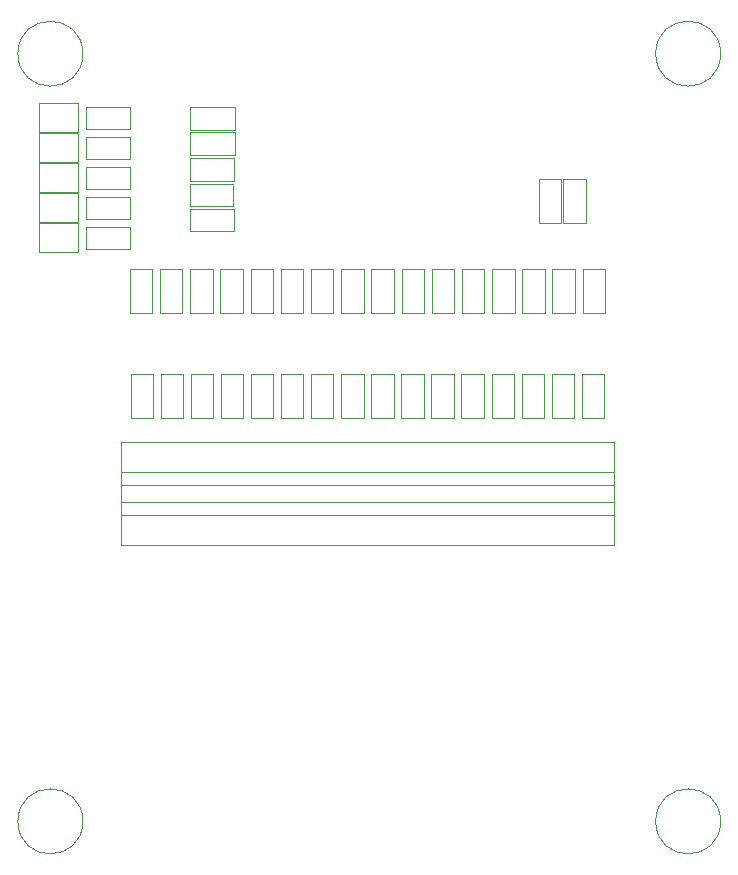
<source format=gbr>
%TF.GenerationSoftware,KiCad,Pcbnew,8.0.3*%
%TF.CreationDate,2024-08-07T13:20:04+02:00*%
%TF.ProjectId,motor_board,6d6f746f-725f-4626-9f61-72642e6b6963,0.1*%
%TF.SameCoordinates,Original*%
%TF.FileFunction,Other,User*%
%FSLAX46Y46*%
G04 Gerber Fmt 4.6, Leading zero omitted, Abs format (unit mm)*
G04 Created by KiCad (PCBNEW 8.0.3) date 2024-08-07 13:20:04*
%MOMM*%
%LPD*%
G01*
G04 APERTURE LIST*
%ADD10C,0.050000*%
G04 APERTURE END LIST*
D10*
%TO.C,R24*%
X148067194Y-73250000D02*
X149967194Y-73250000D01*
X148067194Y-76950000D02*
X148067194Y-73250000D01*
X149967194Y-73250000D02*
X149967194Y-76950000D01*
X149967194Y-76950000D02*
X148067194Y-76950000D01*
%TO.C,D14*%
X114883340Y-82150000D02*
X116783340Y-82150000D01*
X114883340Y-85850000D02*
X114883340Y-82150000D01*
X116783340Y-82150000D02*
X116783340Y-85850000D01*
X116783340Y-85850000D02*
X114883340Y-85850000D01*
%TO.C,R25*%
X145511048Y-73250000D02*
X147411048Y-73250000D01*
X145511048Y-76950000D02*
X145511048Y-73250000D01*
X147411048Y-73250000D02*
X147411048Y-76950000D01*
X147411048Y-76950000D02*
X145511048Y-76950000D01*
%TO.C,D4*%
X140350000Y-82150000D02*
X142250000Y-82150000D01*
X140350000Y-85850000D02*
X140350000Y-82150000D01*
X142250000Y-82150000D02*
X142250000Y-85850000D01*
X142250000Y-85850000D02*
X140350000Y-85850000D01*
%TO.C,R22*%
X112281150Y-73250000D02*
X114181150Y-73250000D01*
X112281150Y-76950000D02*
X112281150Y-73250000D01*
X114181150Y-73250000D02*
X114181150Y-76950000D01*
X114181150Y-76950000D02*
X112281150Y-76950000D01*
%TO.C,D15*%
X112336674Y-82150000D02*
X114236674Y-82150000D01*
X112336674Y-85850000D02*
X112336674Y-82150000D01*
X114236674Y-82150000D02*
X114236674Y-85850000D01*
X114236674Y-85850000D02*
X112336674Y-85850000D01*
%TO.C,D6*%
X135256668Y-82150000D02*
X137156668Y-82150000D01*
X135256668Y-85850000D02*
X135256668Y-82150000D01*
X137156668Y-82150000D02*
X137156668Y-85850000D01*
X137156668Y-85850000D02*
X135256668Y-85850000D01*
%TO.C,R3*%
X106050000Y-62030000D02*
X109750000Y-62030000D01*
X106050000Y-63930000D02*
X106050000Y-62030000D01*
X109750000Y-62030000D02*
X109750000Y-63930000D01*
X109750000Y-63930000D02*
X106050000Y-63930000D01*
%TO.C,D2*%
X146430000Y-65650000D02*
X148330000Y-65650000D01*
X146430000Y-69350000D02*
X146430000Y-65650000D01*
X148330000Y-65650000D02*
X148330000Y-69350000D01*
X148330000Y-69350000D02*
X146430000Y-69350000D01*
%TO.C,H1*%
X159750000Y-55000000D02*
G75*
G02*
X154250000Y-55000000I-2750000J0D01*
G01*
X154250000Y-55000000D02*
G75*
G02*
X159750000Y-55000000I2750000J0D01*
G01*
%TO.C,D5*%
X137803334Y-82150000D02*
X139703334Y-82150000D01*
X137803334Y-85850000D02*
X137803334Y-82150000D01*
X139703334Y-82150000D02*
X139703334Y-85850000D01*
X139703334Y-85850000D02*
X137803334Y-85850000D01*
%TO.C,R13*%
X135286464Y-73250000D02*
X137186464Y-73250000D01*
X135286464Y-76950000D02*
X135286464Y-73250000D01*
X137186464Y-73250000D02*
X137186464Y-76950000D01*
X137186464Y-76950000D02*
X135286464Y-76950000D01*
%TO.C,R14*%
X132730318Y-73250000D02*
X134630318Y-73250000D01*
X132730318Y-76950000D02*
X132730318Y-73250000D01*
X134630318Y-73250000D02*
X134630318Y-76950000D01*
X134630318Y-76950000D02*
X132730318Y-76950000D01*
%TO.C,JP5*%
X102050000Y-69330000D02*
X102050000Y-71830000D01*
X102050000Y-69330000D02*
X105350000Y-69330000D01*
X105350000Y-71830000D02*
X102050000Y-71830000D01*
X105350000Y-71830000D02*
X105350000Y-69330000D01*
%TO.C,JP3*%
X102050000Y-64250000D02*
X102050000Y-66750000D01*
X102050000Y-64250000D02*
X105350000Y-64250000D01*
X105350000Y-66750000D02*
X102050000Y-66750000D01*
X105350000Y-66750000D02*
X105350000Y-64250000D01*
%TO.C,D10*%
X125070004Y-82150000D02*
X126970004Y-82150000D01*
X125070004Y-85850000D02*
X125070004Y-82150000D01*
X126970004Y-82150000D02*
X126970004Y-85850000D01*
X126970004Y-85850000D02*
X125070004Y-85850000D01*
%TO.C,D18*%
X145443332Y-82150000D02*
X147343332Y-82150000D01*
X145443332Y-85850000D02*
X145443332Y-82150000D01*
X147343332Y-82150000D02*
X147343332Y-85850000D01*
X147343332Y-85850000D02*
X145443332Y-85850000D01*
%TO.C,D11*%
X122523338Y-82150000D02*
X124423338Y-82150000D01*
X122523338Y-85850000D02*
X122523338Y-82150000D01*
X124423338Y-82150000D02*
X124423338Y-85850000D01*
X124423338Y-85850000D02*
X122523338Y-85850000D01*
%TO.C,JP2*%
X102050000Y-61710000D02*
X102050000Y-64210000D01*
X102050000Y-61710000D02*
X105350000Y-61710000D01*
X105350000Y-64210000D02*
X102050000Y-64210000D01*
X105350000Y-64210000D02*
X105350000Y-61710000D01*
%TO.C,R12*%
X137842610Y-73250000D02*
X139742610Y-73250000D01*
X137842610Y-76950000D02*
X137842610Y-73250000D01*
X139742610Y-73250000D02*
X139742610Y-76950000D01*
X139742610Y-76950000D02*
X137842610Y-76950000D01*
%TO.C,D7*%
X132710002Y-82150000D02*
X134610002Y-82150000D01*
X132710002Y-85850000D02*
X132710002Y-82150000D01*
X134610002Y-82150000D02*
X134610002Y-85850000D01*
X134610002Y-85850000D02*
X132710002Y-85850000D01*
%TO.C,JP1*%
X102050000Y-59170000D02*
X102050000Y-61670000D01*
X102050000Y-59170000D02*
X105350000Y-59170000D01*
X105350000Y-61670000D02*
X102050000Y-61670000D01*
X105350000Y-61670000D02*
X105350000Y-59170000D01*
%TO.C,D8*%
X130163336Y-82150000D02*
X132063336Y-82150000D01*
X130163336Y-85850000D02*
X130163336Y-82150000D01*
X132063336Y-82150000D02*
X132063336Y-85850000D01*
X132063336Y-85850000D02*
X130163336Y-85850000D01*
%TO.C,D13*%
X117430006Y-82150000D02*
X119330006Y-82150000D01*
X117430006Y-85850000D02*
X117430006Y-82150000D01*
X119330006Y-82150000D02*
X119330006Y-85850000D01*
X119330006Y-85850000D02*
X117430006Y-85850000D01*
%TO.C,R21*%
X114837296Y-73250000D02*
X116737296Y-73250000D01*
X114837296Y-76950000D02*
X114837296Y-73250000D01*
X116737296Y-73250000D02*
X116737296Y-76950000D01*
X116737296Y-76950000D02*
X114837296Y-76950000D01*
%TO.C,R6*%
X106050000Y-67110000D02*
X109750000Y-67110000D01*
X106050000Y-69010000D02*
X106050000Y-67110000D01*
X109750000Y-67110000D02*
X109750000Y-69010000D01*
X109750000Y-69010000D02*
X106050000Y-69010000D01*
%TO.C,J8*%
X109005000Y-90440000D02*
X109005000Y-94040000D01*
X109005000Y-94040000D02*
X150705000Y-94040000D01*
X150705000Y-90440000D02*
X109005000Y-90440000D01*
X150705000Y-94040000D02*
X150705000Y-90440000D01*
%TO.C,R19*%
X119949588Y-73250000D02*
X121849588Y-73250000D01*
X119949588Y-76950000D02*
X119949588Y-73250000D01*
X121849588Y-73250000D02*
X121849588Y-76950000D01*
X121849588Y-76950000D02*
X119949588Y-76950000D01*
%TO.C,R1*%
X106050000Y-59490000D02*
X109750000Y-59490000D01*
X106050000Y-61390000D02*
X106050000Y-59490000D01*
X109750000Y-59490000D02*
X109750000Y-61390000D01*
X109750000Y-61390000D02*
X106050000Y-61390000D01*
%TO.C,JP4*%
X102050000Y-66790000D02*
X102050000Y-69290000D01*
X102050000Y-66790000D02*
X105350000Y-66790000D01*
X105350000Y-69290000D02*
X102050000Y-69290000D01*
X105350000Y-69290000D02*
X105350000Y-66790000D01*
%TO.C,R4*%
X114850000Y-68140000D02*
X118550000Y-68140000D01*
X114850000Y-70040000D02*
X114850000Y-68140000D01*
X118550000Y-68140000D02*
X118550000Y-70040000D01*
X118550000Y-70040000D02*
X114850000Y-70040000D01*
%TO.C,R20*%
X117393442Y-73250000D02*
X119293442Y-73250000D01*
X117393442Y-76950000D02*
X117393442Y-73250000D01*
X119293442Y-73250000D02*
X119293442Y-76950000D01*
X119293442Y-76950000D02*
X117393442Y-76950000D01*
%TO.C,D16*%
X109789998Y-82150000D02*
X111689998Y-82150000D01*
X109789998Y-85850000D02*
X109789998Y-82150000D01*
X111689998Y-82150000D02*
X111689998Y-85850000D01*
X111689998Y-85850000D02*
X109789998Y-85850000D01*
%TO.C,C4*%
X114840000Y-61620000D02*
X118600000Y-61620000D01*
X114840000Y-63580000D02*
X114840000Y-61620000D01*
X118600000Y-61620000D02*
X118600000Y-63580000D01*
X118600000Y-63580000D02*
X114840000Y-63580000D01*
%TO.C,R2*%
X114790000Y-66010000D02*
X118490000Y-66010000D01*
X114790000Y-67910000D02*
X114790000Y-66010000D01*
X118490000Y-66010000D02*
X118490000Y-67910000D01*
X118490000Y-67910000D02*
X114790000Y-67910000D01*
%TO.C,R15*%
X130174172Y-73250000D02*
X132074172Y-73250000D01*
X130174172Y-76950000D02*
X130174172Y-73250000D01*
X132074172Y-73250000D02*
X132074172Y-76950000D01*
X132074172Y-76950000D02*
X130174172Y-76950000D01*
%TO.C,H2*%
X105750000Y-55000000D02*
G75*
G02*
X100250000Y-55000000I-2750000J0D01*
G01*
X100250000Y-55000000D02*
G75*
G02*
X105750000Y-55000000I2750000J0D01*
G01*
%TO.C,R9*%
X144330000Y-65650000D02*
X146230000Y-65650000D01*
X144330000Y-69350000D02*
X144330000Y-65650000D01*
X146230000Y-65650000D02*
X146230000Y-69350000D01*
X146230000Y-69350000D02*
X144330000Y-69350000D01*
%TO.C,R16*%
X127618026Y-73250000D02*
X129518026Y-73250000D01*
X127618026Y-76950000D02*
X127618026Y-73250000D01*
X129518026Y-73250000D02*
X129518026Y-76950000D01*
X129518026Y-76950000D02*
X127618026Y-76950000D01*
%TO.C,R5*%
X106050000Y-64570000D02*
X109750000Y-64570000D01*
X106050000Y-66470000D02*
X106050000Y-64570000D01*
X109750000Y-64570000D02*
X109750000Y-66470000D01*
X109750000Y-66470000D02*
X106050000Y-66470000D01*
%TO.C,D3*%
X142896666Y-82150000D02*
X144796666Y-82150000D01*
X142896666Y-85850000D02*
X142896666Y-82150000D01*
X144796666Y-82150000D02*
X144796666Y-85850000D01*
X144796666Y-85850000D02*
X142896666Y-85850000D01*
%TO.C,D17*%
X147989998Y-82150000D02*
X149889998Y-82150000D01*
X147989998Y-85850000D02*
X147989998Y-82150000D01*
X149889998Y-82150000D02*
X149889998Y-85850000D01*
X149889998Y-85850000D02*
X147989998Y-85850000D01*
%TO.C,H4*%
X105750000Y-120000000D02*
G75*
G02*
X100250000Y-120000000I-2750000J0D01*
G01*
X100250000Y-120000000D02*
G75*
G02*
X105750000Y-120000000I2750000J0D01*
G01*
%TO.C,R10*%
X142954902Y-73250000D02*
X144854902Y-73250000D01*
X142954902Y-76950000D02*
X142954902Y-73250000D01*
X144854902Y-73250000D02*
X144854902Y-76950000D01*
X144854902Y-76950000D02*
X142954902Y-76950000D01*
%TO.C,R18*%
X122505734Y-73250000D02*
X124405734Y-73250000D01*
X122505734Y-76950000D02*
X122505734Y-73250000D01*
X124405734Y-73250000D02*
X124405734Y-76950000D01*
X124405734Y-76950000D02*
X122505734Y-76950000D01*
%TO.C,R23*%
X109725000Y-73250000D02*
X111625000Y-73250000D01*
X109725000Y-76950000D02*
X109725000Y-73250000D01*
X111625000Y-73250000D02*
X111625000Y-76950000D01*
X111625000Y-76950000D02*
X109725000Y-76950000D01*
%TO.C,R17*%
X125061880Y-73250000D02*
X126961880Y-73250000D01*
X125061880Y-76950000D02*
X125061880Y-73250000D01*
X126961880Y-73250000D02*
X126961880Y-76950000D01*
X126961880Y-76950000D02*
X125061880Y-76950000D01*
%TO.C,D9*%
X127616670Y-82150000D02*
X129516670Y-82150000D01*
X127616670Y-85850000D02*
X127616670Y-82150000D01*
X129516670Y-82150000D02*
X129516670Y-85850000D01*
X129516670Y-85850000D02*
X127616670Y-85850000D01*
%TO.C,J9*%
X109005000Y-92980000D02*
X109005000Y-96580000D01*
X109005000Y-96580000D02*
X150705000Y-96580000D01*
X150705000Y-92980000D02*
X109005000Y-92980000D01*
X150705000Y-96580000D02*
X150705000Y-92980000D01*
%TO.C,R11*%
X140398756Y-73250000D02*
X142298756Y-73250000D01*
X140398756Y-76950000D02*
X140398756Y-73250000D01*
X142298756Y-73250000D02*
X142298756Y-76950000D01*
X142298756Y-76950000D02*
X140398756Y-76950000D01*
%TO.C,C3*%
X114820000Y-63815000D02*
X118580000Y-63815000D01*
X114820000Y-65775000D02*
X114820000Y-63815000D01*
X118580000Y-63815000D02*
X118580000Y-65775000D01*
X118580000Y-65775000D02*
X114820000Y-65775000D01*
%TO.C,C5*%
X114840000Y-59510000D02*
X118600000Y-59510000D01*
X114840000Y-61470000D02*
X114840000Y-59510000D01*
X118600000Y-59510000D02*
X118600000Y-61470000D01*
X118600000Y-61470000D02*
X114840000Y-61470000D01*
%TO.C,J7*%
X108980000Y-87880000D02*
X108980000Y-91480000D01*
X108980000Y-91480000D02*
X150680000Y-91480000D01*
X150680000Y-87880000D02*
X108980000Y-87880000D01*
X150680000Y-91480000D02*
X150680000Y-87880000D01*
%TO.C,D12*%
X119976672Y-82150000D02*
X121876672Y-82150000D01*
X119976672Y-85850000D02*
X119976672Y-82150000D01*
X121876672Y-82150000D02*
X121876672Y-85850000D01*
X121876672Y-85850000D02*
X119976672Y-85850000D01*
%TO.C,R7*%
X106050000Y-69650000D02*
X109750000Y-69650000D01*
X106050000Y-71550000D02*
X106050000Y-69650000D01*
X109750000Y-69650000D02*
X109750000Y-71550000D01*
X109750000Y-71550000D02*
X106050000Y-71550000D01*
%TO.C,H3*%
X159750000Y-120000000D02*
G75*
G02*
X154250000Y-120000000I-2750000J0D01*
G01*
X154250000Y-120000000D02*
G75*
G02*
X159750000Y-120000000I2750000J0D01*
G01*
%TD*%
M02*

</source>
